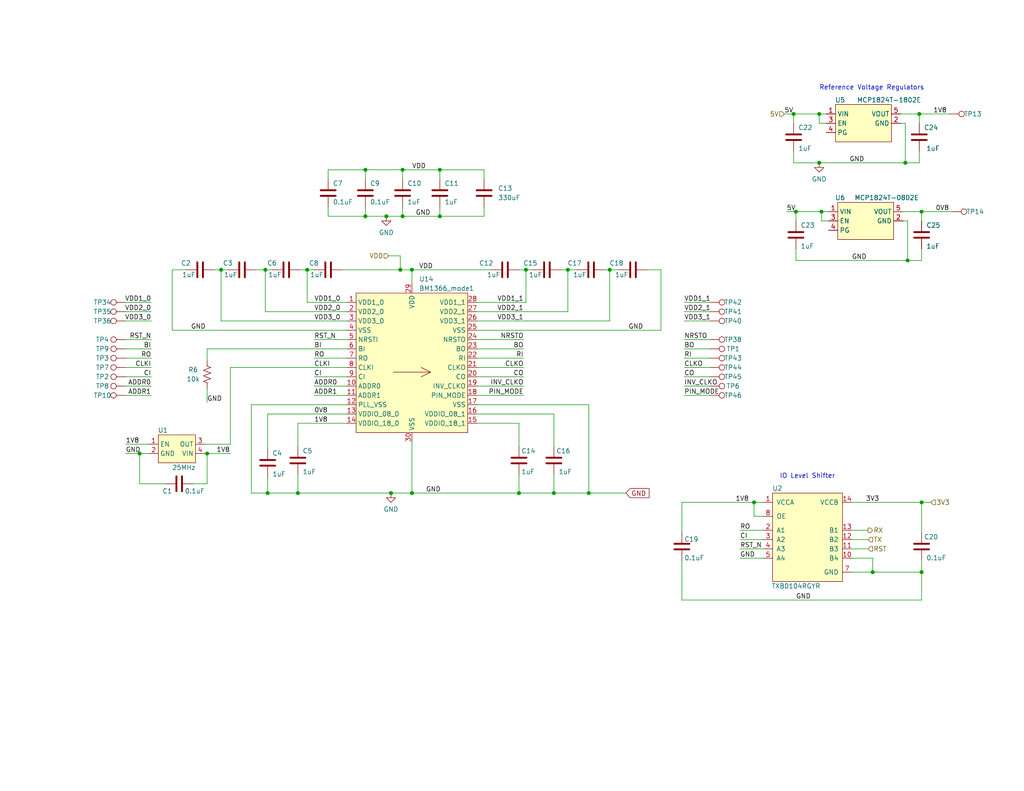
<source format=kicad_sch>
(kicad_sch (version 20231120) (generator "eeschema") (generator_version "8.0")
  (paper "A")
  (title_block (title "Bitaxe Ultra") (date "2024-06-19") (rev "206"))
  (lib_symbols
    (symbol "Connector:TestPoint" (pin_numbers hide) (pin_names (offset 0.762) hide)
      (property "Reference" "TP" (at 0 6.858 0))
      (property "Value" "TestPoint" (at 0 5.08 0))
      (symbol "TestPoint_0_1"
        (circle (center 0 3.302) (radius 0.762))
      )
      (symbol "TestPoint_1_1"
        (pin passive line (at 0 0 90) (length 2.54) (name "1") (number "1"))
      )
    )
    (symbol "Device:C" (pin_numbers hide) (pin_names (offset 0.254))
      (property "Reference" "C" (at 0.635 2.54 0))
      (property "Value" "C" (at 0.635 -2.54 0))
      (symbol "C_0_1"
        (polyline (pts (xy -2.032 -0.762) (xy 2.032 -0.762)) (stroke (width 0.508)))
        (polyline (pts (xy -2.032 0.762) (xy 2.032 0.762)) (stroke (width 0.508)))
      )
      (symbol "C_1_1"
        (pin passive line (at 0 3.81 270) (length 2.794) (name "~") (number "1"))
        (pin passive line (at 0 -3.81 90) (length 2.794) (name "~") (number "2"))
      )
    )
    (symbol "Device:R_US" (pin_numbers hide) (pin_names (offset 0))
      (property "Reference" "R" (at 2.54 0 90))
      (property "Value" "R_US" (at -2.54 0 90))
      (symbol "R_US_0_1"
        (polyline (pts (xy 0 -2.286) (xy 0 -2.54)))
        (polyline (pts (xy 0 2.286) (xy 0 2.54)))
        (polyline (pts (xy 0 -0.762) (xy 1.016 -1.143) (xy 0 -1.524) (xy -1.016 -1.905) (xy 0 -2.286)))
        (polyline (pts (xy 0 0.762) (xy 1.016 0.381) (xy 0 0) (xy -1.016 -0.381) (xy 0 -0.762)))
        (polyline (pts (xy 0 2.286) (xy 1.016 1.905) (xy 0 1.524) (xy -1.016 1.143) (xy 0 0.762)))
      )
      (symbol "R_US_1_1"
        (pin passive line (at 0 3.81 270) (length 1.27) (name "~") (number "1"))
        (pin passive line (at 0 -3.81 90) (length 1.27) (name "~") (number "2"))
      )
    )
    (symbol "MCP1824_1"
      (property "Reference" "U" (at -7.62 5.08 0))
      (property "Value" "MCP1824_1" (at 5.08 5.08 0))
      (symbol "MCP1824_1_0_1"
        (rectangle (start -7.62 3.81) (end 7.62 -6.35) (stroke (width 0.1524)) (fill (type background)))
      )
      (symbol "MCP1824_1_1_0"
        (pin bidirectional line (at -10.16 1.27 0) (length 2.54) (name "VIN") (number "1"))
        (pin bidirectional line (at 10.16 -1.27 180) (length 2.54) (name "GND") (number "2"))
        (pin bidirectional line (at -10.16 -1.27 0) (length 2.54) (name "EN") (number "3"))
        (pin bidirectional line (at -10.16 -3.81 0) (length 2.54) (name "PG") (number "4"))
        (pin bidirectional line (at 10.16 1.27 180) (length 2.54) (name "VOUT") (number "5"))
      )
    )
    (symbol "bitaxe:BM1366_mode1"
      (property "Reference" "U14" (at 1.9559 24.13 0))
      (property "Value" "BM1366_mode1" (at 1.9559 21.59 0))
      (symbol "BM1366_mode1_0_1"
        (rectangle (start -15.24 20.32) (end 15.24 -17.78) (fill (type background)))
        (polyline (pts (xy 5.08 -1.27) (xy -5.08 -1.27)))
        (polyline (pts (xy 5.08 -1.27) (xy 2.54 -2.54)))
        (polyline (pts (xy 5.08 -1.27) (xy 2.54 0)))
      )
      (symbol "BM1366_mode1_1_1"
        (pin power_in line (at -17.78 17.78 0) (length 2.54) (name "VDD1_0") (number "1"))
        (pin input line (at -17.78 -5.08 0) (length 2.54) (name "ADDR0") (number "10"))
        (pin input line (at -17.78 -7.62 0) (length 2.54) (name "ADDR1") (number "11"))
        (pin power_in line (at -17.78 -10.16 0) (length 2.54) (name "PLL_VSS") (number "12"))
        (pin power_in line (at -17.78 -12.7 0) (length 2.54) (name "VDDIO_08_0") (number "13"))
        (pin power_in line (at -17.78 -15.24 0) (length 2.54) (name "VDDIO_18_0") (number "14"))
        (pin power_in line (at 17.78 -15.24 180) (length 2.54) (name "VDDIO_18_1") (number "15"))
        (pin power_in line (at 17.78 -12.7 180) (length 2.54) (name "VDDIO_08_1") (number "16"))
        (pin power_in line (at 17.78 -10.16 180) (length 2.54) (name "VSS") (number "17"))
        (pin input line (at 17.78 -7.62 180) (length 2.54) (name "PIN_MODE") (number "18"))
        (pin output line (at 17.78 -5.08 180) (length 2.54) (name "INV_CLKO") (number "19"))
        (pin power_in line (at -17.78 15.24 0) (length 2.54) (name "VDD2_0") (number "2"))
        (pin output line (at 17.78 -2.54 180) (length 2.54) (name "CO") (number "20"))
        (pin output line (at 17.78 0 180) (length 2.54) (name "CLKO") (number "21"))
        (pin input line (at 17.78 2.54 180) (length 2.54) (name "RI") (number "22"))
        (pin output line (at 17.78 5.08 180) (length 2.54) (name "BO") (number "23"))
        (pin output line (at 17.78 7.62 180) (length 2.54) (name "NRSTO") (number "24"))
        (pin power_in line (at 17.78 10.16 180) (length 2.54) (name "VSS") (number "25"))
        (pin power_in line (at 17.78 12.7 180) (length 2.54) (name "VDD3_1") (number "26"))
        (pin power_in line (at 17.78 15.24 180) (length 2.54) (name "VDD2_1") (number "27"))
        (pin power_in line (at 17.78 17.78 180) (length 2.54) (name "VDD1_1") (number "28"))
        (pin power_in line (at 0 22.86 270) (length 2.54) (name "VDD") (number "29"))
        (pin power_in line (at -17.78 12.7 0) (length 2.54) (name "VDD3_0") (number "3"))
        (pin power_in line (at 0 -20.32 90) (length 2.54) (name "VSS") (number "30"))
        (pin power_in line (at -17.78 10.16 0) (length 2.54) (name "VSS") (number "4"))
        (pin input line (at -17.78 7.62 0) (length 2.54) (name "NRSTI") (number "5"))
        (pin input line (at -17.78 5.08 0) (length 2.54) (name "BI") (number "6"))
        (pin output line (at -17.78 2.54 0) (length 2.54) (name "RO") (number "7"))
        (pin input line (at -17.78 0 0) (length 2.54) (name "CLKI") (number "8"))
        (pin input line (at -17.78 -2.54 0) (length 2.54) (name "CI") (number "9"))
      )
    )
    (symbol "bitaxe:MCP1824"
      (property "Reference" "U" (at -7.62 5.08 0))
      (property "Value" "MCP1824" (at 5.08 5.08 0))
      (symbol "MCP1824_0_1"
        (rectangle (start -7.62 3.81) (end 7.62 -6.35) (stroke (width 0.1524)) (fill (type background)))
      )
      (symbol "MCP1824_1_0"
        (pin bidirectional line (at -10.16 1.27 0) (length 2.54) (name "VIN") (number "1"))
        (pin bidirectional line (at 10.16 -1.27 180) (length 2.54) (name "GND") (number "2"))
        (pin bidirectional line (at -10.16 -1.27 0) (length 2.54) (name "EN") (number "3"))
        (pin bidirectional line (at -10.16 -3.81 0) (length 2.54) (name "PG") (number "4"))
        (pin bidirectional line (at 10.16 1.27 180) (length 2.54) (name "VOUT") (number "5"))
      )
    )
    (symbol "bitaxe:TXB0104RGYR" (pin_names (offset 1.016))
      (property "Reference" "U" (at -8.89 12.7 0))
      (property "Value" "TXB0104RGYR" (at -8.89 -11.43 0))
      (symbol "TXB0104RGYR_0_0"
        (rectangle (start -8.89 12.7) (end 10.16 -11.43) (stroke (width 0.1524)) (fill (type background)))
        (pin power_in line (at -11.43 10.16 0) (length 2.54) (name "VCCA") (number "1"))
        (pin bidirectional line (at 12.7 -5.08 180) (length 2.54) (name "B4") (number "10"))
        (pin bidirectional line (at 12.7 -2.54 180) (length 2.54) (name "B3") (number "11"))
        (pin bidirectional line (at 12.7 0 180) (length 2.54) (name "B2") (number "12"))
        (pin bidirectional line (at 12.7 2.54 180) (length 2.54) (name "B1") (number "13"))
        (pin power_in line (at 12.7 10.16 180) (length 2.54) (name "VCCB") (number "14"))
        (pin passive line (at 12.7 -8.89 180) (length 2.54) hide (name "GND") (number "15"))
        (pin passive line (at 12.7 -8.89 180) (length 2.54) hide (name "GND") (number "16"))
        (pin passive line (at 12.7 -8.89 180) (length 2.54) hide (name "GND") (number "17"))
        (pin passive line (at 12.7 -8.89 180) (length 2.54) hide (name "GND") (number "18"))
        (pin passive line (at 12.7 -8.89 180) (length 2.54) hide (name "GND") (number "19"))
        (pin bidirectional line (at -11.43 2.54 0) (length 2.54) (name "A1") (number "2"))
        (pin bidirectional line (at -11.43 0 0) (length 2.54) (name "A2") (number "3"))
        (pin bidirectional line (at -11.43 -2.54 0) (length 2.54) (name "A3") (number "4"))
        (pin bidirectional line (at -11.43 -5.08 0) (length 2.54) (name "A4") (number "5"))
        (pin power_in line (at 12.7 -8.89 180) (length 2.54) (name "GND") (number "7"))
        (pin input line (at -11.43 6.35 0) (length 2.54) (name "OE") (number "8"))
      )
      (symbol "TXB0104RGYR_1_1"
        (pin no_connect line (at -11.43 -8.89 0) (length 2.54) hide (name "NC") (number "6"))
        (pin no_connect line (at -11.43 -8.89 0) (length 2.54) hide (name "NC") (number "9"))
      )
    )
    (symbol "bitaxe:oscillator"
      (property "Reference" "U" (at -3.81 5.08 0))
      (property "Value" "oscillator" (at 0 -5.08 0))
      (symbol "oscillator_0_1"
        (rectangle (start -5.08 3.81) (end 5.08 -3.81) (stroke (width 0.1524)) (fill (type background)))
      )
      (symbol "oscillator_1_0"
        (pin bidirectional line (at -7.62 1.27 0) (length 2.54) (name "EN") (number "1"))
        (pin bidirectional line (at -7.62 -1.27 0) (length 2.54) (name "GND") (number "2"))
        (pin bidirectional line (at 7.62 1.27 180) (length 2.54) (name "OUT") (number "3"))
        (pin bidirectional line (at 7.62 -1.27 180) (length 2.54) (name "VIN") (number "4"))
      )
    )
    (symbol "power:GND" (power) (pin_names (offset 0))
      (property "Value" "GND" (at 0 -3.81 0))
      (symbol "GND_0_1"
        (polyline (pts (xy 0 0) (xy 0 -1.27) (xy 1.27 -1.27) (xy 0 -2.54) (xy -1.27 -1.27) (xy 0 -1.27)))
      )
      (symbol "GND_1_1"
        (pin power_in line (at 0 0 270) (length 0) hide (name "GND") (number "1"))
      )
    )
  )
  (junction (at 120.015 46.355))
  (junction (at 112.395 134.62))
  (junction (at 143.51 73.66))
  (junction (at 223.52 44.45))
  (junction (at 154.94 73.66))
  (junction (at 216.535 31.115) (diameter 0.9144))
  (junction (at 160.655 134.62))
  (junction (at 81.28 134.62))
  (junction (at 224.155 57.785))
  (junction (at 251.46 156.21))
  (junction (at 105.41 59.055))
  (junction (at 60.325 73.66))
  (junction (at 73.025 134.62))
  (junction (at 106.68 134.62))
  (junction (at 247.65 71.12) (diameter 0.9144))
  (junction (at 38.1 123.825))
  (junction (at 250.825 31.115) (diameter 0.9144))
  (junction (at 151.13 134.62))
  (junction (at 217.17 57.785) (diameter 0.9144))
  (junction (at 247.015 44.45) (diameter 0.9144))
  (junction (at 223.52 31.115))
  (junction (at 109.22 73.66))
  (junction (at 99.695 46.355) (diameter 0.9144))
  (junction (at 112.395 73.66))
  (junction (at 99.695 59.055) (diameter 0.9144))
  (junction (at 72.39 73.66))
  (junction (at 120.015 59.055))
  (junction (at 109.855 46.355) (diameter 0.9144))
  (junction (at 109.855 59.055) (diameter 0.9144))
  (junction (at 83.82 73.66))
  (junction (at 205.74 137.16))
  (junction (at 238.125 156.21))
  (junction (at 56.515 123.825))
  (junction (at 141.605 134.62))
  (junction (at 166.37 73.66))
  (junction (at 251.46 137.16))
  (junction (at 251.46 57.785) (diameter 0.9144))
  (wire (pts (xy 34.29 121.285) (xy 40.64 121.285)))
  (wire (pts (xy 132.08 48.895) (xy 132.08 46.355)))
  (wire (pts (xy 55.88 123.825) (xy 56.515 123.825)))
  (wire (pts (xy 34.29 85.09) (xy 41.275 85.09)))
  (wire (pts (xy 34.29 87.63) (xy 41.275 87.63)))
  (wire (pts (xy 166.37 87.63) (xy 166.37 73.66)))
  (wire (pts (xy 180.34 90.17) (xy 180.34 73.66)))
  (wire (pts (xy 154.94 85.09) (xy 154.94 73.66)))
  (wire (pts (xy 34.29 102.87) (xy 41.275 102.87)))
  (wire (pts (xy 85.725 102.87) (xy 94.615 102.87)))
  (wire (pts (xy 186.69 100.33) (xy 193.675 100.33)))
  (wire (pts (xy 68.58 134.62) (xy 73.025 134.62)))
  (wire (pts (xy 38.1 123.825) (xy 40.64 123.825)))
  (wire (pts (xy 186.055 137.16) (xy 205.74 137.16)))
  (wire (pts (xy 238.125 152.4) (xy 238.125 156.21)))
  (wire (pts (xy 232.41 149.86) (xy 236.855 149.86)))
  (wire (pts (xy 105.41 59.055) (xy 99.695 59.055)))
  (wire (pts (xy 112.395 120.65) (xy 112.395 134.62)))
  (wire (pts (xy 34.29 97.79) (xy 41.275 97.79)))
  (wire (pts (xy 109.22 73.66) (xy 112.395 73.66)))
  (wire (pts (xy 112.395 134.62) (xy 141.605 134.62)))
  (wire (pts (xy 250.825 41.275) (xy 250.825 44.45)))
  (wire (pts (xy 247.015 33.655) (xy 245.745 33.655)))
  (wire (pts (xy 217.17 57.785) (xy 224.155 57.785)))
  (wire (pts (xy 186.69 105.41) (xy 193.675 105.41)))
  (wire (pts (xy 56.515 123.825) (xy 62.865 123.825)))
  (wire (pts (xy 130.175 105.41) (xy 142.875 105.41)))
  (wire (pts (xy 151.13 129.54) (xy 151.13 134.62)))
  (wire (pts (xy 186.69 85.09) (xy 193.675 85.09)))
  (wire (pts (xy 201.93 149.86) (xy 208.28 149.86)))
  (wire (pts (xy 34.29 123.825) (xy 38.1 123.825)))
  (wire (pts (xy 186.69 92.71) (xy 193.675 92.71)))
  (wire (pts (xy 130.175 92.71) (xy 142.875 92.71)))
  (wire (pts (xy 251.46 156.21) (xy 251.46 163.83)))
  (wire (pts (xy 130.175 82.55) (xy 143.51 82.55)))
  (wire (pts (xy 247.65 60.325) (xy 246.38 60.325)))
  (wire (pts (xy 56.515 132.08) (xy 56.515 123.825)))
  (wire (pts (xy 99.695 48.895) (xy 99.695 46.355)))
  (wire (pts (xy 250.825 44.45) (xy 247.015 44.45)))
  (wire (pts (xy 109.855 56.515) (xy 109.855 59.055)))
  (wire (pts (xy 151.13 113.03) (xy 151.13 121.92)))
  (wire (pts (xy 217.17 67.945) (xy 217.17 71.12)))
  (wire (pts (xy 130.175 110.49) (xy 160.655 110.49)))
  (wire (pts (xy 208.28 140.97) (xy 205.74 140.97)))
  (wire (pts (xy 81.28 115.57) (xy 94.615 115.57)))
  (wire (pts (xy 52.705 132.08) (xy 56.515 132.08)))
  (wire (pts (xy 232.41 152.4) (xy 238.125 152.4)))
  (wire (pts (xy 217.17 57.785) (xy 217.17 60.325)))
  (wire (pts (xy 247.65 71.12) (xy 217.17 71.12)))
  (wire (pts (xy 141.605 73.66) (xy 143.51 73.66)))
  (wire (pts (xy 251.46 67.945) (xy 251.46 71.12)))
  (wire (pts (xy 201.93 144.78) (xy 208.28 144.78)))
  (wire (pts (xy 109.855 48.895) (xy 109.855 46.355)))
  (wire (pts (xy 151.13 134.62) (xy 160.655 134.62)))
  (wire (pts (xy 251.46 57.785) (xy 259.715 57.785)))
  (wire (pts (xy 81.915 73.66) (xy 83.82 73.66)))
  (wire (pts (xy 186.69 95.25) (xy 193.675 95.25)))
  (wire (pts (xy 153.035 73.66) (xy 154.94 73.66)))
  (wire (pts (xy 251.46 71.12) (xy 247.65 71.12)))
  (wire (pts (xy 109.22 69.85) (xy 109.22 73.66)))
  (wire (pts (xy 224.155 60.325) (xy 224.155 57.785)))
  (wire (pts (xy 216.535 41.275) (xy 216.535 44.45)))
  (wire (pts (xy 72.39 73.66) (xy 74.295 73.66)))
  (wire (pts (xy 85.725 105.41) (xy 94.615 105.41)))
  (wire (pts (xy 223.52 31.115) (xy 225.425 31.115)))
  (wire (pts (xy 60.325 87.63) (xy 60.325 73.66)))
  (wire (pts (xy 247.65 60.325) (xy 247.65 71.12)))
  (wire (pts (xy 120.015 59.055) (xy 109.855 59.055)))
  (wire (pts (xy 69.85 73.66) (xy 72.39 73.66)))
  (wire (pts (xy 251.46 137.16) (xy 254 137.16)))
  (wire (pts (xy 251.46 137.16) (xy 251.46 145.415)))
  (wire (pts (xy 34.29 95.25) (xy 41.275 95.25)))
  (wire (pts (xy 73.025 130.175) (xy 73.025 134.62)))
  (wire (pts (xy 46.99 73.66) (xy 50.8 73.66)))
  (wire (pts (xy 143.51 73.66) (xy 145.415 73.66)))
  (wire (pts (xy 73.025 134.62) (xy 81.28 134.62)))
  (wire (pts (xy 186.69 97.79) (xy 193.675 97.79)))
  (wire (pts (xy 232.41 147.32) (xy 236.855 147.32)))
  (wire (pts (xy 130.175 87.63) (xy 166.37 87.63)))
  (wire (pts (xy 223.52 33.655) (xy 225.425 33.655)))
  (wire (pts (xy 232.41 156.21) (xy 238.125 156.21)))
  (wire (pts (xy 130.175 90.17) (xy 180.34 90.17)))
  (wire (pts (xy 34.29 82.55) (xy 41.275 82.55)))
  (wire (pts (xy 130.175 107.95) (xy 142.875 107.95)))
  (wire (pts (xy 83.82 82.55) (xy 94.615 82.55)))
  (wire (pts (xy 99.695 59.055) (xy 89.535 59.055)))
  (wire (pts (xy 133.985 73.66) (xy 112.395 73.66)))
  (wire (pts (xy 60.325 73.66) (xy 62.23 73.66)))
  (wire (pts (xy 73.025 113.03) (xy 73.025 122.555)))
  (wire (pts (xy 224.155 57.785) (xy 226.06 57.785)))
  (wire (pts (xy 93.345 73.66) (xy 109.22 73.66)))
  (wire (pts (xy 85.725 107.95) (xy 94.615 107.95)))
  (wire (pts (xy 73.025 113.03) (xy 94.615 113.03)))
  (wire (pts (xy 89.535 56.515) (xy 89.535 59.055)))
  (wire (pts (xy 247.015 33.655) (xy 247.015 44.45)))
  (wire (pts (xy 109.855 59.055) (xy 105.41 59.055)))
  (wire (pts (xy 165.1 73.66) (xy 166.37 73.66)))
  (wire (pts (xy 109.855 46.355) (xy 120.015 46.355)))
  (wire (pts (xy 130.175 95.25) (xy 142.875 95.25)))
  (wire (pts (xy 58.42 73.66) (xy 60.325 73.66)))
  (wire (pts (xy 232.41 144.78) (xy 236.855 144.78)))
  (wire (pts (xy 246.38 57.785) (xy 251.46 57.785)))
  (wire (pts (xy 130.175 100.33) (xy 142.875 100.33)))
  (wire (pts (xy 120.015 48.895) (xy 120.015 46.355)))
  (wire (pts (xy 106.045 69.85) (xy 109.22 69.85)))
  (wire (pts (xy 72.39 85.09) (xy 72.39 73.66)))
  (wire (pts (xy 85.725 92.71) (xy 94.615 92.71)))
  (wire (pts (xy 238.125 156.21) (xy 251.46 156.21)))
  (wire (pts (xy 216.535 31.115) (xy 223.52 31.115)))
  (wire (pts (xy 213.995 31.115) (xy 216.535 31.115)))
  (wire (pts (xy 216.535 31.115) (xy 216.535 33.655)))
  (wire (pts (xy 141.605 129.54) (xy 141.605 134.62)))
  (wire (pts (xy 224.155 60.325) (xy 226.06 60.325)))
  (wire (pts (xy 81.28 129.54) (xy 81.28 134.62)))
  (wire (pts (xy 34.29 100.33) (xy 41.275 100.33)))
  (wire (pts (xy 214.63 57.785) (xy 217.17 57.785)))
  (wire (pts (xy 186.69 87.63) (xy 193.675 87.63)))
  (wire (pts (xy 72.39 85.09) (xy 94.615 85.09)))
  (wire (pts (xy 55.88 121.285) (xy 62.865 121.285)))
  (wire (pts (xy 245.745 31.115) (xy 250.825 31.115)))
  (wire (pts (xy 160.655 110.49) (xy 160.655 134.62)))
  (wire (pts (xy 62.865 100.33) (xy 62.865 121.285)))
  (wire (pts (xy 143.51 82.55) (xy 143.51 73.66)))
  (wire (pts (xy 130.175 115.57) (xy 141.605 115.57)))
  (wire (pts (xy 251.46 153.035) (xy 251.46 156.21)))
  (wire (pts (xy 99.695 56.515) (xy 99.695 59.055)))
  (wire (pts (xy 130.175 85.09) (xy 154.94 85.09)))
  (wire (pts (xy 201.93 152.4) (xy 208.28 152.4)))
  (wire (pts (xy 56.515 106.045) (xy 56.515 109.855)))
  (wire (pts (xy 186.055 153.035) (xy 186.055 163.83)))
  (wire (pts (xy 186.69 107.95) (xy 193.675 107.95)))
  (wire (pts (xy 154.94 73.66) (xy 157.48 73.66)))
  (wire (pts (xy 112.395 73.66) (xy 112.395 77.47)))
  (wire (pts (xy 180.34 73.66) (xy 176.53 73.66)))
  (wire (pts (xy 60.325 87.63) (xy 94.615 87.63)))
  (wire (pts (xy 160.655 134.62) (xy 170.815 134.62)))
  (wire (pts (xy 141.605 115.57) (xy 141.605 121.92)))
  (wire (pts (xy 56.515 95.25) (xy 94.615 95.25)))
  (wire (pts (xy 85.725 97.79) (xy 94.615 97.79)))
  (wire (pts (xy 89.535 46.355) (xy 99.695 46.355)))
  (wire (pts (xy 250.825 31.115) (xy 250.825 33.655)))
  (wire (pts (xy 81.28 115.57) (xy 81.28 121.92)))
  (wire (pts (xy 223.52 44.45) (xy 216.535 44.45)))
  (wire (pts (xy 130.175 97.79) (xy 142.875 97.79)))
  (wire (pts (xy 56.515 95.25) (xy 56.515 98.425)))
  (wire (pts (xy 166.37 73.66) (xy 168.91 73.66)))
  (wire (pts (xy 251.46 57.785) (xy 251.46 60.325)))
  (wire (pts (xy 120.015 46.355) (xy 132.08 46.355)))
  (wire (pts (xy 250.825 31.115) (xy 259.08 31.115)))
  (wire (pts (xy 186.055 145.415) (xy 186.055 137.16)))
  (wire (pts (xy 223.52 33.655) (xy 223.52 31.115)))
  (wire (pts (xy 99.695 46.355) (xy 109.855 46.355)))
  (wire (pts (xy 62.865 100.33) (xy 94.615 100.33)))
  (wire (pts (xy 141.605 134.62) (xy 151.13 134.62)))
  (wire (pts (xy 34.29 105.41) (xy 41.275 105.41)))
  (wire (pts (xy 232.41 137.16) (xy 251.46 137.16)))
  (wire (pts (xy 132.08 56.515) (xy 132.08 59.055)))
  (wire (pts (xy 45.085 132.08) (xy 38.1 132.08)))
  (wire (pts (xy 186.69 102.87) (xy 193.675 102.87)))
  (wire (pts (xy 120.015 56.515) (xy 120.015 59.055)))
  (wire (pts (xy 89.535 48.895) (xy 89.535 46.355)))
  (wire (pts (xy 83.82 73.66) (xy 85.725 73.66)))
  (wire (pts (xy 94.615 90.17) (xy 46.99 90.17)))
  (wire (pts (xy 205.74 140.97) (xy 205.74 137.16)))
  (wire (pts (xy 34.29 92.71) (xy 41.275 92.71)))
  (wire (pts (xy 94.615 110.49) (xy 68.58 110.49)))
  (wire (pts (xy 81.28 134.62) (xy 106.68 134.62)))
  (wire (pts (xy 186.69 82.55) (xy 193.675 82.55)))
  (wire (pts (xy 83.82 73.66) (xy 83.82 82.55)))
  (wire (pts (xy 205.74 137.16) (xy 208.28 137.16)))
  (wire (pts (xy 130.175 113.03) (xy 151.13 113.03)))
  (wire (pts (xy 201.93 147.32) (xy 208.28 147.32)))
  (wire (pts (xy 186.055 163.83) (xy 251.46 163.83)))
  (wire (pts (xy 38.1 132.08) (xy 38.1 123.825)))
  (wire (pts (xy 120.015 59.055) (xy 132.08 59.055)))
  (wire (pts (xy 130.175 102.87) (xy 142.875 102.87)))
  (wire (pts (xy 68.58 110.49) (xy 68.58 134.62)))
  (wire (pts (xy 46.99 90.17) (xy 46.99 73.66)))
  (wire (pts (xy 106.68 134.62) (xy 112.395 134.62)))
  (wire (pts (xy 34.29 107.95) (xy 41.275 107.95)))
  (wire (pts (xy 247.015 44.45) (xy 223.52 44.45)))
  (text "Reference Voltage Regulators" (at 223.52 24.765 0) (effects (font (size 1.27 1.27)) (justify left bottom)))
  (text "IO Level Shifter" (at 212.725 130.81 0) (effects (font (size 1.27 1.27)) (justify left bottom)))
  (label "VDD1_0" (at 85.725 82.55 0))
  (label "GND" (at 231.775 44.45 0))
  (label "NRSTO" (at 142.875 92.71 180))
  (label "GND" (at 171.45 90.17 0))
  (label "BO" (at 142.875 95.25 180))
  (label "ADDR1" (at 85.725 107.95 0))
  (label "VDD1_1" (at 186.69 82.55 0))
  (label "CLKO" (at 186.69 100.33 0))
  (label "INV_CLKO" (at 142.875 105.41 180))
  (label "1V8" (at 254.635 31.115 0))
  (label "CO" (at 186.69 102.87 0))
  (label "PIN_MODE" (at 142.875 107.95 180))
  (label "VDD2_1" (at 142.875 85.09 180))
  (label "VDD2_1" (at 186.69 85.09 0))
  (label "RI" (at 186.69 97.79 0))
  (label "GND" (at 52.07 90.17 0))
  (label "GND" (at 116.205 134.62 0))
  (label "5V" (at 214.63 57.785 0))
  (label "RO" (at 201.93 144.78 0))
  (label "1V8" (at 34.29 121.285 0))
  (label "VDD" (at 114.3 73.66 0))
  (label "0V8" (at 255.27 57.785 0))
  (label "BI" (at 41.275 95.25 180))
  (label "VDD3_1" (at 186.69 87.63 0))
  (label "CLKO" (at 142.875 100.33 180))
  (label "GND" (at 34.29 123.825 0))
  (label "VDD3_0" (at 85.725 87.63 0))
  (label "5V" (at 213.995 31.115 0))
  (label "RST_N" (at 41.275 92.71 180))
  (label "VDD" (at 112.395 46.355 0))
  (label "RO" (at 85.725 97.79 0))
  (label "GND" (at 56.515 109.855 0))
  (label "VDD1_1" (at 142.875 82.55 180))
  (label "ADDR0" (at 85.725 105.41 0))
  (label "ADDR0" (at 34.925 105.41 0))
  (label "BO" (at 186.69 95.25 0))
  (label "1V8" (at 200.66 137.16 0))
  (label "CLKI" (at 85.725 100.33 0))
  (label "CO" (at 142.875 102.87 180))
  (label "RST_N" (at 85.725 92.71 0))
  (label "VDD3_0" (at 41.275 87.63 180))
  (label "ADDR1" (at 34.925 107.95 0))
  (label "1V8" (at 85.725 115.57 0))
  (label "GND" (at 232.41 71.12 0))
  (label "CI" (at 41.275 102.87 180))
  (label "GND" (at 201.93 152.4 0))
  (label "RO" (at 41.275 97.79 180))
  (label "CLKI" (at 41.275 100.33 180))
  (label "NRSTO" (at 186.69 92.71 0))
  (label "RI" (at 142.875 97.79 180))
  (label "VDD1_0" (at 41.275 82.55 180))
  (label "PIN_MODE" (at 186.69 107.95 0))
  (label "VDD2_0" (at 85.725 85.09 0))
  (label "BI" (at 85.725 95.25 0))
  (label "GND" (at 217.17 163.83 0))
  (label "VDD2_0" (at 41.275 85.09 180))
  (label "CI" (at 201.93 147.32 0))
  (label "CI" (at 85.725 102.87 0))
  (label "VDD3_1" (at 142.875 87.63 180))
  (label "1V8" (at 59.055 123.825 0))
  (label "0V8" (at 85.725 113.03 0))
  (label "GND" (at 117.475 59.055 180))
  (label "INV_CLKO" (at 186.69 105.41 0))
  (label "RST_N" (at 201.93 149.86 0))
  (label "3V3" (at 236.22 137.16 0))
  (global_label "GND" (shape input) (at 170.815 134.62 0) (property "Intersheetrefs" "${INTERSHEET_REFS}" (effects (hide yes))))
  (hierarchical_label "RST" (shape input) (at 236.855 149.86 0))
  (hierarchical_label "5V" (shape input) (at 213.995 31.115 180))
  (hierarchical_label "3V3" (shape input) (at 254 137.16 0))
  (hierarchical_label "TX" (shape input) (at 236.855 147.32 0))
  (hierarchical_label "VDD" (shape input) (at 106.045 69.85 180))
  (hierarchical_label "RX" (shape output) (at 236.855 144.78 0))
  (symbol (lib_id "Connector:TestPoint") (at 34.29 87.63 90) (unit 1) (in_bom no)
    (property "Reference" "TP36" (at 27.94 87.63 90))
    (property "Value" "TestPoint" (effects (hide yes)))
    (property "Footprint" "TestPoint:TestPoint_Pad_D1.5mm" (effects (hide yes)))
  )
  (symbol (lib_id "Device:C") (at 250.825 37.465 0) (unit 1)
    (property "Reference" "C24" (at 252.095 35.56 0) (effects (justify left bottom)))
    (property "Value" "1uF" (at 252.73 41.275 0) (effects (justify left bottom)))
    (property "Footprint" "Capacitor_SMD:C_0402_1005Metric" (effects (hide yes)))
    (property "DK" "587-5514-1-ND" (effects (hide yes)))
    (property "PARTNO" "EMK105BJ105MV-F" (effects (hide yes)))
  )
  (symbol (lib_id "Device:C") (at 216.535 37.465 0) (unit 1)
    (property "Reference" "C22" (at 217.805 35.56 0) (effects (justify left bottom)))
    (property "Value" "1uF" (at 217.805 41.275 0) (effects (justify left bottom)))
    (property "Footprint" "Capacitor_SMD:C_0402_1005Metric" (effects (hide yes)))
    (property "DK" "587-5514-1-ND" (effects (hide yes)))
    (property "PARTNO" "EMK105BJ105MV-F" (effects (hide yes)))
  )
  (symbol (lib_id "Device:C") (at 89.535 52.705 0) (unit 1)
    (property "Reference" "C7" (at 90.805 50.8 0) (effects (justify left bottom)))
    (property "Value" "0.1uF" (at 90.805 55.88 0) (effects (justify left bottom)))
    (property "Footprint" "Capacitor_SMD:C_0402_1005Metric" (effects (hide yes)))
    (property "DK" "478-KGM05AR71C104KHTR-ND" (effects (hide yes)))
    (property "PARTNO" "KGM05AR71C104KH" (effects (hide yes)))
  )
  (symbol (lib_id "Connector:TestPoint") (at 193.675 102.87 270) (unit 1) (in_bom no)
    (property "Reference" "TP45" (at 200.025 102.87 90))
    (property "Value" "TestPoint" (effects (hide yes)))
    (property "Footprint" "TestPoint:TestPoint_Pad_D1.5mm" (effects (hide yes)))
  )
  (symbol (lib_id "Device:C") (at 172.72 73.66 90) (unit 1)
    (property "Reference" "C18" (at 170.18 71.12 90) (effects (justify left bottom)))
    (property "Value" "1uF" (at 171.45 74.295 90) (effects (justify left bottom)))
    (property "Footprint" "Capacitor_SMD:C_0402_1005Metric" (effects (hide yes)))
    (property "DK" "587-5514-1-ND" (effects (hide yes)))
    (property "PARTNO" "EMK105BJ105MV-F" (effects (hide yes)))
  )
  (symbol (lib_id "power:GND") (at 106.68 134.62 0) (mirror y) (unit 1)
    (property "Reference" "#PWR02" (effects (hide yes)))
    (property "Value" "GND" (at 106.68 139.065 0))
  )
  (symbol (lib_id "Connector:TestPoint") (at 34.29 85.09 90) (unit 1) (in_bom no)
    (property "Reference" "TP35" (at 27.94 85.09 90))
    (property "Value" "TestPoint" (effects (hide yes)))
    (property "Footprint" "TestPoint:TestPoint_Pad_D1.5mm" (effects (hide yes)))
  )
  (symbol (lib_id "Connector:TestPoint") (at 34.29 95.25 90) (unit 1) (in_bom no)
    (property "Reference" "TP9" (at 27.94 95.25 90))
    (property "Value" "TestPoint" (effects (hide yes)))
    (property "Footprint" "TestPoint:TestPoint_Pad_D1.5mm" (effects (hide yes)))
  )
  (symbol (lib_id "Connector:TestPoint") (at 34.29 97.79 90) (unit 1) (in_bom no)
    (property "Reference" "TP3" (at 27.94 97.79 90))
    (property "Value" "TestPoint" (effects (hide yes)))
    (property "Footprint" "TestPoint:TestPoint_Pad_D1.5mm" (effects (hide yes)))
  )
  (symbol (lib_id "Device:C") (at 161.29 73.66 90) (unit 1)
    (property "Reference" "C17" (at 158.75 71.12 90) (effects (justify left bottom)))
    (property "Value" "1uF" (at 160.02 74.295 90) (effects (justify left bottom)))
    (property "Footprint" "Capacitor_SMD:C_0402_1005Metric" (effects (hide yes)))
    (property "DK" "587-5514-1-ND" (effects (hide yes)))
    (property "PARTNO" "EMK105BJ105MV-F" (effects (hide yes)))
  )
  (symbol (lib_id "Connector:TestPoint") (at 193.675 87.63 270) (unit 1) (in_bom no)
    (property "Reference" "TP40" (at 200.025 87.63 90))
    (property "Value" "TestPoint" (effects (hide yes)))
    (property "Footprint" "TestPoint:TestPoint_Pad_D1.5mm" (effects (hide yes)))
  )
  (symbol (lib_id "Device:C") (at 251.46 149.225 0) (unit 1)
    (property "Reference" "C20" (at 252.095 147.32 0) (effects (justify left bottom)))
    (property "Value" "0.1uF" (at 252.73 153.035 0) (effects (justify left bottom)))
    (property "Footprint" "Capacitor_SMD:C_0402_1005Metric" (effects (hide yes)))
    (property "DK" "478-KGM05AR71C104KHTR-ND" (effects (hide yes)))
    (property "PARTNO" "KGM05AR71C104KH" (effects (hide yes)))
  )
  (symbol (lib_id "bitaxe:oscillator") (at 48.26 122.555 0) (unit 1)
    (property "Reference" "U1" (at 44.45 117.475 0))
    (property "Value" "25MHz" (at 50.165 127.635 0))
    (property "Footprint" "bitaxe:O 25,0-JO32-B-1V3-1-T1-LF" (effects (hide yes)))
    (property "Datasheet" "https://www.jauch.com/downloadfile/5ef1edcfb8e2f73163c8ce8009ef659d1/jo32-1.8-3.3v.pdf" (effects (hide yes)))
    (property "DK" "1908-O250-JO32-B-1V3-1-T1-LFCT-ND" (effects (hide yes)))
    (property "PARTNO" "O 25,0-JO32-B-1V3-1-T1-LF" (effects (hide yes)))
  )
  (symbol (lib_id "Device:C") (at 99.695 52.705 0) (unit 1)
    (property "Reference" "C9" (at 100.965 50.8 0) (effects (justify left bottom)))
    (property "Value" "0.1uF" (at 100.965 55.88 0) (effects (justify left bottom)))
    (property "Footprint" "Capacitor_SMD:C_0402_1005Metric" (effects (hide yes)))
    (property "DK" "478-KGM05AR71C104KHTR-ND" (effects (hide yes)))
    (property "PARTNO" "KGM05AR71C104KH" (effects (hide yes)))
  )
  (symbol (lib_id "Device:C") (at 186.055 149.225 0) (unit 1)
    (property "Reference" "C19" (at 186.69 147.955 0) (effects (justify left bottom)))
    (property "Value" "0.1uF" (at 186.69 153.035 0) (effects (justify left bottom)))
    (property "Footprint" "Capacitor_SMD:C_0402_1005Metric" (effects (hide yes)))
    (property "DK" "478-KGM05AR71C104KHTR-ND" (effects (hide yes)))
    (property "PARTNO" "KGM05AR71C104KH" (effects (hide yes)))
  )
  (symbol (lib_id "Device:C") (at 132.08 52.705 0) (unit 1)
    (property "Reference" "C13" (at 135.89 51.4349 0) (effects (justify left)))
    (property "Value" "330uF" (at 135.89 53.9749 0) (effects (justify left)))
    (property "Footprint" "Capacitor_SMD:C_1210_3225Metric" (effects (hide yes)))
    (property "Description" "Unpolarized capacitor" (effects (hide yes)))
    (property "DK" "490-GRM32ER60G337ME05KTR-ND" (effects (hide yes)))
    (property "PARTNO" "GRM32ER60G337ME05K" (effects (hide yes)))
  )
  (symbol (lib_id "Connector:TestPoint") (at 193.675 82.55 270) (unit 1) (in_bom no)
    (property "Reference" "TP42" (at 200.025 82.55 90))
    (property "Value" "TestPoint" (effects (hide yes)))
    (property "Footprint" "TestPoint:TestPoint_Pad_D1.5mm" (effects (hide yes)))
  )
  (symbol (lib_id "Connector:TestPoint") (at 193.675 97.79 270) (unit 1) (in_bom no)
    (property "Reference" "TP43" (at 200.025 97.79 90))
    (property "Value" "TestPoint" (effects (hide yes)))
    (property "Footprint" "TestPoint:TestPoint_Pad_D1.5mm" (effects (hide yes)))
  )
  (symbol (lib_id "Connector:TestPoint") (at 34.29 82.55 90) (unit 1) (in_bom no)
    (property "Reference" "TP34" (at 27.94 82.55 90))
    (property "Value" "TestPoint" (effects (hide yes)))
    (property "Footprint" "TestPoint:TestPoint_Pad_D1.5mm" (effects (hide yes)))
  )
  (symbol (lib_id "Device:C") (at 48.895 132.08 90) (unit 1)
    (property "Reference" "C1" (at 46.99 133.35 90) (effects (justify left bottom)))
    (property "Value" "0.1uF" (at 55.88 133.35 90) (effects (justify left bottom)))
    (property "Footprint" "Capacitor_SMD:C_0402_1005Metric" (effects (hide yes)))
    (property "DK" "478-KGM05AR71C104KHTR-ND" (effects (hide yes)))
    (property "PARTNO" "KGM05AR71C104KH" (effects (hide yes)))
  )
  (symbol (lib_id "Connector:TestPoint") (at 259.715 57.785 270) (mirror x) (unit 1) (in_bom no)
    (property "Reference" "TP14" (at 266.065 57.785 90))
    (property "Value" "TestPoint" (effects (hide yes)))
    (property "Footprint" "TestPoint:TestPoint_Pad_D1.5mm" (effects (hide yes)))
  )
  (symbol (lib_id "Connector:TestPoint") (at 193.675 92.71 270) (unit 1) (in_bom no)
    (property "Reference" "TP38" (at 200.025 92.71 90))
    (property "Value" "TestPoint" (effects (hide yes)))
    (property "Footprint" "TestPoint:TestPoint_Pad_D1.5mm" (effects (hide yes)))
  )
  (symbol (lib_id "Connector:TestPoint") (at 34.29 105.41 90) (unit 1) (in_bom no)
    (property "Reference" "TP8" (at 27.94 105.41 90))
    (property "Value" "TestPoint" (effects (hide yes)))
    (property "Footprint" "TestPoint:TestPoint_Pad_D1.5mm" (effects (hide yes)))
  )
  (symbol (lib_id "Device:C") (at 137.795 73.66 90) (unit 1)
    (property "Reference" "C12" (at 134.62 71.12 90) (effects (justify left bottom)))
    (property "Value" "1uF" (at 136.525 74.295 90) (effects (justify left bottom)))
    (property "Footprint" "Capacitor_SMD:C_0402_1005Metric" (effects (hide yes)))
    (property "DK" "587-5514-1-ND" (effects (hide yes)))
    (property "PARTNO" "EMK105BJ105MV-F" (effects (hide yes)))
  )
  (symbol (lib_id "Device:C") (at 109.855 52.705 0) (unit 1)
    (property "Reference" "C10" (at 111.125 50.8 0) (effects (justify left bottom)))
    (property "Value" "1uF" (at 111.125 55.88 0) (effects (justify left bottom)))
    (property "Footprint" "Capacitor_SMD:C_0402_1005Metric" (effects (hide yes)))
    (property "DK" "587-5514-1-ND" (effects (hide yes)))
    (property "PARTNO" "EMK105BJ105MV-F" (effects (hide yes)))
  )
  (symbol (lib_name "MCP1824_1") (lib_id "bitaxe:MCP1824") (at 236.22 59.055 0) (unit 1)
    (property "Reference" "U6" (at 229.235 53.975 0))
    (property "Value" "MCP1824T-0802E" (at 241.935 53.975 0))
    (property "Footprint" "Package_TO_SOT_SMD:SOT-23-5" (effects (hide yes)))
    (property "Datasheet" "https://ww1.microchip.com/downloads/en/DeviceDoc/22070a.pdf" (effects (hide yes)))
    (property "PARTNO" "MCP1824T-0802E/OT" (effects (hide yes)))
    (property "DK" "MCP1824T-0802E/OTCT-ND" (effects (hide yes)))
  )
  (symbol (lib_id "bitaxe:TXB0104RGYR") (at 219.71 147.32 0) (unit 1)
    (property "Reference" "U2" (at 212.09 133.35 0))
    (property "Value" "TXB0104RGYR" (at 217.17 160.02 0))
    (property "Footprint" "bitaxe:TXB0104" (effects (hide yes)))
    (property "Datasheet" "https://www.ti.com/lit/ds/symlink/txb0104.pdf?HQS=dis-dk-null-digikeymode-dsf-pf-null-wwe&ts=1669420543825&ref_url=https%253A%252F%252Fwww.ti.com%252Fgeneral%252Fdocs%252Fsuppproductinfo.tsp%253FdistId%253D10%2526gotoUrl%253Dhttps%253A%252F%252Fwww.ti.com%252Flit%252Fgpn%252Ftxb0104" (effects (hide yes)))
    (property "DK" "296-21930-1-ND" (effects (hide yes)))
    (property "PARTNO" "TXB0104RGYR" (effects (hide yes)))
  )
  (symbol (lib_id "Device:C") (at 66.04 73.66 90) (unit 1)
    (property "Reference" "C3" (at 63.5 71.12 90) (effects (justify left bottom)))
    (property "Value" "1uF" (at 64.77 74.295 90) (effects (justify left bottom)))
    (property "Footprint" "Capacitor_SMD:C_0402_1005Metric" (effects (hide yes)))
    (property "DK" "587-5514-1-ND" (effects (hide yes)))
    (property "PARTNO" "EMK105BJ105MV-F" (effects (hide yes)))
  )
  (symbol (lib_id "power:GND") (at 223.52 44.45 0) (mirror y) (unit 1)
    (property "Reference" "#PWR04" (effects (hide yes)))
    (property "Value" "GND" (at 223.52 48.895 0))
  )
  (symbol (lib_id "Device:C") (at 120.015 52.705 0) (unit 1)
    (property "Reference" "C11" (at 121.285 50.8 0) (effects (justify left bottom)))
    (property "Value" "1uF" (at 121.285 55.88 0) (effects (justify left bottom)))
    (property "Footprint" "Capacitor_SMD:C_0402_1005Metric" (effects (hide yes)))
    (property "DK" "587-5514-1-ND" (effects (hide yes)))
    (property "PARTNO" "EMK105BJ105MV-F" (effects (hide yes)))
  )
  (symbol (lib_id "Connector:TestPoint") (at 193.675 100.33 270) (unit 1) (in_bom no)
    (property "Reference" "TP44" (at 200.025 100.33 90))
    (property "Value" "TestPoint" (effects (hide yes)))
    (property "Footprint" "TestPoint:TestPoint_Pad_D1.5mm" (effects (hide yes)))
  )
  (symbol (lib_id "Device:C") (at 73.025 126.365 0) (unit 1)
    (property "Reference" "C4" (at 74.295 124.46 0) (effects (justify left bottom)))
    (property "Value" "1uF" (at 74.295 130.175 0) (effects (justify left bottom)))
    (property "Footprint" "Capacitor_SMD:C_0402_1005Metric" (effects (hide yes)))
    (property "DK" "587-5514-1-ND" (effects (hide yes)))
    (property "PARTNO" "EMK105BJ105MV-F" (effects (hide yes)))
  )
  (symbol (lib_id "Device:C") (at 141.605 125.73 0) (unit 1)
    (property "Reference" "C14" (at 142.24 123.825 0) (effects (justify left bottom)))
    (property "Value" "1uF" (at 142.24 129.54 0) (effects (justify left bottom)))
    (property "Footprint" "Capacitor_SMD:C_0402_1005Metric" (effects (hide yes)))
    (property "DK" "587-5514-1-ND" (effects (hide yes)))
    (property "PARTNO" "EMK105BJ105MV-F" (effects (hide yes)))
  )
  (symbol (lib_id "Device:C") (at 81.28 125.73 0) (unit 1)
    (property "Reference" "C5" (at 82.55 123.825 0) (effects (justify left bottom)))
    (property "Value" "1uF" (at 82.55 129.54 0) (effects (justify left bottom)))
    (property "Footprint" "Capacitor_SMD:C_0402_1005Metric" (effects (hide yes)))
    (property "DK" "587-5514-1-ND" (effects (hide yes)))
    (property "PARTNO" "EMK105BJ105MV-F" (effects (hide yes)))
  )
  (symbol (lib_id "Connector:TestPoint") (at 193.675 105.41 270) (unit 1) (in_bom no)
    (property "Reference" "TP6" (at 200.025 105.41 90))
    (property "Value" "TestPoint" (effects (hide yes)))
    (property "Footprint" "TestPoint:TestPoint_Pad_D1.5mm" (effects (hide yes)))
  )
  (symbol (lib_id "Connector:TestPoint") (at 193.675 95.25 270) (unit 1) (in_bom no)
    (property "Reference" "TP1" (at 200.025 95.25 90))
    (property "Value" "TestPoint" (effects (hide yes)))
    (property "Footprint" "TestPoint:TestPoint_Pad_D1.5mm" (effects (hide yes)))
  )
  (symbol (lib_id "bitaxe:BM1366_mode1") (at 112.395 100.33 0) (unit 1)
    (property "Reference" "U14" (at 114.3509 76.2 0) (effects (justify left)))
    (property "Value" "BM1366_mode1" (at 114.3509 78.74 0) (effects (justify left)))
    (property "Footprint" "bitaxe:BM1366" (effects (hide yes)))
  )
  (symbol (lib_id "Connector:TestPoint") (at 34.29 100.33 90) (unit 1) (in_bom no)
    (property "Reference" "TP7" (at 27.94 100.33 90))
    (property "Value" "TestPoint" (effects (hide yes)))
    (property "Footprint" "TestPoint:TestPoint_Pad_D1.5mm" (effects (hide yes)))
  )
  (symbol (lib_id "Connector:TestPoint") (at 193.675 85.09 270) (unit 1) (in_bom no)
    (property "Reference" "TP41" (at 200.025 85.09 90))
    (property "Value" "TestPoint" (effects (hide yes)))
    (property "Footprint" "TestPoint:TestPoint_Pad_D1.5mm" (effects (hide yes)))
  )
  (symbol (lib_id "Connector:TestPoint") (at 259.08 31.115 270) (mirror x) (unit 1) (in_bom no)
    (property "Reference" "TP13" (at 265.43 31.115 90))
    (property "Value" "TestPoint" (effects (hide yes)))
    (property "Footprint" "TestPoint:TestPoint_Pad_D1.5mm" (effects (hide yes)))
  )
  (symbol (lib_id "Connector:TestPoint") (at 193.675 107.95 270) (unit 1) (in_bom no)
    (property "Reference" "TP46" (at 200.025 107.95 90))
    (property "Value" "TestPoint" (effects (hide yes)))
    (property "Footprint" "TestPoint:TestPoint_Pad_D1.5mm" (effects (hide yes)))
  )
  (symbol (lib_id "Connector:TestPoint") (at 34.29 107.95 90) (unit 1) (in_bom no)
    (property "Reference" "TP10" (at 27.94 107.95 90))
    (property "Value" "TestPoint" (effects (hide yes)))
    (property "Footprint" "TestPoint:TestPoint_Pad_D1.5mm" (effects (hide yes)))
  )
  (symbol (lib_id "bitaxe:MCP1824") (at 235.585 32.385 0) (unit 1)
    (property "Reference" "U5" (at 229.235 27.305 0))
    (property "Value" "MCP1824T-1802E" (at 242.57 27.305 0))
    (property "Footprint" "Package_TO_SOT_SMD:SOT-23-5" (effects (hide yes)))
    (property "Datasheet" "https://ww1.microchip.com/downloads/en/DeviceDoc/22070a.pdf" (effects (hide yes)))
    (property "PARTNO" "MCP1824T-1802E/OT" (effects (hide yes)))
    (property "DK" "MCP1824T-1802E/OTCT-ND" (effects (hide yes)))
  )
  (symbol (lib_id "Connector:TestPoint") (at 34.29 102.87 90) (unit 1) (in_bom no)
    (property "Reference" "TP2" (at 27.94 102.87 90))
    (property "Value" "TestPoint" (effects (hide yes)))
    (property "Footprint" "TestPoint:TestPoint_Pad_D1.5mm" (effects (hide yes)))
  )
  (symbol (lib_id "power:GND") (at 105.41 59.055 0) (mirror y) (unit 1)
    (property "Reference" "#PWR01" (effects (hide yes)))
    (property "Value" "GND" (at 105.41 63.5 0))
  )
  (symbol (lib_id "Device:R_US") (at 56.515 102.235 180) (unit 1)
    (property "Reference" "R6" (at 52.705 100.965 0))
    (property "Value" "10k" (at 52.705 103.505 0))
    (property "Footprint" "Resistor_SMD:R_0402_1005Metric" (effects (hide yes)))
    (property "DK" "311-10KJRCT-ND" (effects (hide yes)))
    (property "PARTNO" "RC0402JR-0710KL" (effects (hide yes)))
  )
  (symbol (lib_id "Device:C") (at 217.17 64.135 0) (unit 1)
    (property "Reference" "C23" (at 218.44 62.23 0) (effects (justify left bottom)))
    (property "Value" "1uF" (at 218.44 67.945 0) (effects (justify left bottom)))
    (property "Footprint" "Capacitor_SMD:C_0402_1005Metric" (effects (hide yes)))
    (property "DK" "587-5514-1-ND" (effects (hide yes)))
    (property "PARTNO" "EMK105BJ105MV-F" (effects (hide yes)))
  )
  (symbol (lib_id "Device:C") (at 151.13 125.73 0) (unit 1)
    (property "Reference" "C16" (at 151.765 123.825 0) (effects (justify left bottom)))
    (property "Value" "1uF" (at 152.4 129.54 0) (effects (justify left bottom)))
    (property "Footprint" "Capacitor_SMD:C_0402_1005Metric" (effects (hide yes)))
    (property "DK" "587-5514-1-ND" (effects (hide yes)))
    (property "PARTNO" "EMK105BJ105MV-F" (effects (hide yes)))
  )
  (symbol (lib_id "Device:C") (at 54.61 73.66 90) (unit 1)
    (property "Reference" "C2" (at 52.07 71.12 90) (effects (justify left bottom)))
    (property "Value" "1uF" (at 53.34 74.295 90) (effects (justify left bottom)))
    (property "Footprint" "Capacitor_SMD:C_0402_1005Metric" (effects (hide yes)))
    (property "DK" "587-5514-1-ND" (effects (hide yes)))
    (property "PARTNO" "EMK105BJ105MV-F" (effects (hide yes)))
  )
  (symbol (lib_id "Device:C") (at 89.535 73.66 90) (unit 1)
    (property "Reference" "C8" (at 86.995 71.12 90) (effects (justify left bottom)))
    (property "Value" "1uF" (at 88.265 74.295 90) (effects (justify left bottom)))
    (property "Footprint" "Capacitor_SMD:C_0402_1005Metric" (effects (hide yes)))
    (property "DK" "587-5514-1-ND" (effects (hide yes)))
    (property "PARTNO" "EMK105BJ105MV-F" (effects (hide yes)))
  )
  (symbol (lib_id "Device:C") (at 251.46 64.135 0) (unit 1)
    (property "Reference" "C25" (at 252.73 62.23 0) (effects (justify left bottom)))
    (property "Value" "1uF" (at 252.73 67.945 0) (effects (justify left bottom)))
    (property "Footprint" "Capacitor_SMD:C_0402_1005Metric" (effects (hide yes)))
    (property "DK" "587-5514-1-ND" (effects (hide yes)))
    (property "PARTNO" "EMK105BJ105MV-F" (effects (hide yes)))
  )
  (symbol (lib_id "Device:C") (at 78.105 73.66 90) (unit 1)
    (property "Reference" "C6" (at 75.565 71.12 90) (effects (justify left bottom)))
    (property "Value" "1uF" (at 76.835 74.295 90) (effects (justify left bottom)))
    (property "Footprint" "Capacitor_SMD:C_0402_1005Metric" (effects (hide yes)))
    (property "DK" "587-5514-1-ND" (effects (hide yes)))
    (property "PARTNO" "EMK105BJ105MV-F" (effects (hide yes)))
  )
  (symbol (lib_id "Connector:TestPoint") (at 34.29 92.71 90) (unit 1) (in_bom no)
    (property "Reference" "TP4" (at 27.94 92.71 90))
    (property "Value" "TestPoint" (effects (hide yes)))
    (property "Footprint" "TestPoint:TestPoint_Pad_D1.5mm" (effects (hide yes)))
  )
  (symbol (lib_id "Device:C") (at 149.225 73.66 90) (unit 1)
    (property "Reference" "C15" (at 146.685 71.12 90) (effects (justify left bottom)))
    (property "Value" "1uF" (at 147.955 74.295 90) (effects (justify left bottom)))
    (property "Footprint" "Capacitor_SMD:C_0402_1005Metric" (effects (hide yes)))
    (property "DK" "587-5514-1-ND" (effects (hide yes)))
    (property "PARTNO" "EMK105BJ105MV-F" (effects (hide yes)))
  )
)
</source>
